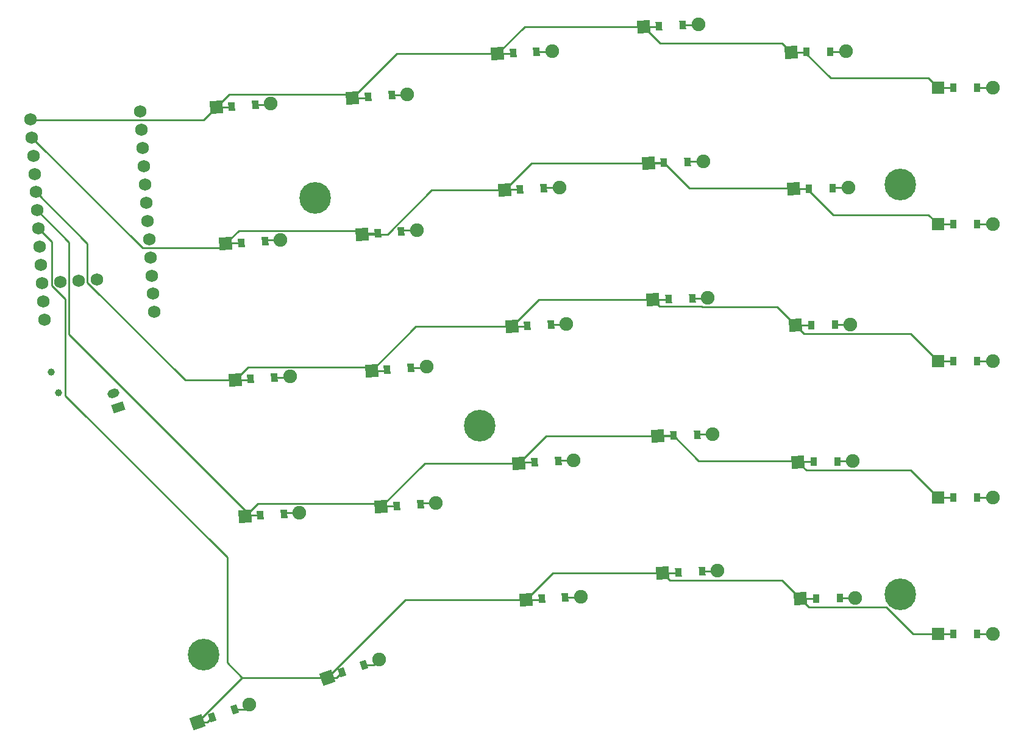
<source format=gbr>
%TF.GenerationSoftware,KiCad,Pcbnew,8.0.4*%
%TF.CreationDate,2024-08-23T23:48:41-04:00*%
%TF.ProjectId,right,72696768-742e-46b6-9963-61645f706362,v1.0.0*%
%TF.SameCoordinates,Original*%
%TF.FileFunction,Copper,L1,Top*%
%TF.FilePolarity,Positive*%
%FSLAX46Y46*%
G04 Gerber Fmt 4.6, Leading zero omitted, Abs format (unit mm)*
G04 Created by KiCad (PCBNEW 8.0.4) date 2024-08-23 23:48:41*
%MOMM*%
%LPD*%
G01*
G04 APERTURE LIST*
G04 Aperture macros list*
%AMHorizOval*
0 Thick line with rounded ends*
0 $1 width*
0 $2 $3 position (X,Y) of the first rounded end (center of the circle)*
0 $4 $5 position (X,Y) of the second rounded end (center of the circle)*
0 Add line between two ends*
20,1,$1,$2,$3,$4,$5,0*
0 Add two circle primitives to create the rounded ends*
1,1,$1,$2,$3*
1,1,$1,$4,$5*%
%AMRotRect*
0 Rectangle, with rotation*
0 The origin of the aperture is its center*
0 $1 length*
0 $2 width*
0 $3 Rotation angle, in degrees counterclockwise*
0 Add horizontal line*
21,1,$1,$2,0,0,$3*%
G04 Aperture macros list end*
%TA.AperFunction,ComponentPad*%
%ADD10C,1.752600*%
%TD*%
%TA.AperFunction,ComponentPad*%
%ADD11RotRect,1.200000X1.700000X109.000000*%
%TD*%
%TA.AperFunction,ComponentPad*%
%ADD12HorizOval,1.200000X0.236380X0.081392X-0.236380X-0.081392X0*%
%TD*%
%TA.AperFunction,WasherPad*%
%ADD13C,1.000000*%
%TD*%
%TA.AperFunction,SMDPad,CuDef*%
%ADD14R,0.900000X1.200000*%
%TD*%
%TA.AperFunction,ComponentPad*%
%ADD15R,1.778000X1.778000*%
%TD*%
%TA.AperFunction,ComponentPad*%
%ADD16C,1.905000*%
%TD*%
%TA.AperFunction,SMDPad,CuDef*%
%ADD17RotRect,0.900000X1.200000X1.000000*%
%TD*%
%TA.AperFunction,ComponentPad*%
%ADD18RotRect,1.778000X1.778000X1.000000*%
%TD*%
%TA.AperFunction,SMDPad,CuDef*%
%ADD19RotRect,0.900000X1.200000X2.000000*%
%TD*%
%TA.AperFunction,ComponentPad*%
%ADD20RotRect,1.778000X1.778000X2.000000*%
%TD*%
%TA.AperFunction,SMDPad,CuDef*%
%ADD21RotRect,0.900000X1.200000X3.000000*%
%TD*%
%TA.AperFunction,ComponentPad*%
%ADD22RotRect,1.778000X1.778000X3.000000*%
%TD*%
%TA.AperFunction,SMDPad,CuDef*%
%ADD23RotRect,0.900000X1.200000X4.000000*%
%TD*%
%TA.AperFunction,ComponentPad*%
%ADD24RotRect,1.778000X1.778000X4.000000*%
%TD*%
%TA.AperFunction,SMDPad,CuDef*%
%ADD25RotRect,0.900000X1.200000X19.000000*%
%TD*%
%TA.AperFunction,ComponentPad*%
%ADD26RotRect,1.778000X1.778000X19.000000*%
%TD*%
%TA.AperFunction,ComponentPad*%
%ADD27C,0.700000*%
%TD*%
%TA.AperFunction,ComponentPad*%
%ADD28C,4.400000*%
%TD*%
%TA.AperFunction,Conductor*%
%ADD29C,0.250000*%
%TD*%
G04 APERTURE END LIST*
D10*
%TO.P,MCU1,1*%
%TO.N,P006*%
X220009645Y-123400285D03*
%TO.P,MCU1,2*%
%TO.N,P008*%
X220186826Y-125934097D03*
%TO.P,MCU1,3*%
%TO.N,GND*%
X220364008Y-128467910D03*
%TO.P,MCU1,4*%
X220541189Y-131001723D03*
%TO.P,MCU1,5*%
%TO.N,P017*%
X220718371Y-133535535D03*
%TO.P,MCU1,6*%
%TO.N,P020*%
X220895552Y-136069348D03*
%TO.P,MCU1,7*%
%TO.N,P022*%
X221072734Y-138603161D03*
%TO.P,MCU1,8*%
%TO.N,P024*%
X221249915Y-141136973D03*
%TO.P,MCU1,9*%
%TO.N,P100*%
X221427097Y-143670786D03*
%TO.P,MCU1,10*%
%TO.N,P011*%
X221604278Y-146204599D03*
%TO.P,MCU1,11*%
%TO.N,P104*%
X221781459Y-148738411D03*
%TO.P,MCU1,12*%
%TO.N,P106*%
X221958641Y-151272224D03*
%TO.P,MCU1,13*%
%TO.N,P009*%
X237161517Y-150209135D03*
%TO.P,MCU1,14*%
%TO.N,P010*%
X236984336Y-147675323D03*
%TO.P,MCU1,15*%
%TO.N,P111*%
X236807154Y-145141510D03*
%TO.P,MCU1,16*%
%TO.N,P113*%
X236629973Y-142607697D03*
%TO.P,MCU1,17*%
%TO.N,P115*%
X236452791Y-140073885D03*
%TO.P,MCU1,18*%
%TO.N,P002*%
X236275610Y-137540072D03*
%TO.P,MCU1,19*%
%TO.N,P029*%
X236098428Y-135006259D03*
%TO.P,MCU1,20*%
%TO.N,P031*%
X235921247Y-132472447D03*
%TO.P,MCU1,21*%
%TO.N,VCC*%
X235744065Y-129938634D03*
%TO.P,MCU1,22*%
%TO.N,RST*%
X235566884Y-127404821D03*
%TO.P,MCU1,23*%
%TO.N,GND*%
X235389703Y-124871009D03*
%TO.P,MCU1,24*%
%TO.N,RAW*%
X235212521Y-122337196D03*
%TO.P,MCU1,31*%
%TO.N,P101*%
X224138091Y-146027417D03*
%TO.P,MCU1,32*%
%TO.N,P102*%
X226671903Y-145850236D03*
%TO.P,MCU1,33*%
%TO.N,P107*%
X229205716Y-145673054D03*
%TD*%
D11*
%TO.P,JST1,1*%
%TO.N,pos*%
X232158839Y-163441609D03*
D12*
%TO.P,JST1,2*%
%TO.N,GND*%
X231507703Y-161550571D03*
%TD*%
D13*
%TO.P,T1,*%
%TO.N,*%
X222876787Y-158599758D03*
X223853491Y-161436314D03*
%TD*%
D14*
%TO.P,D1,1*%
%TO.N,P022*%
X348186267Y-195000000D03*
%TO.P,D1,2*%
%TO.N,mirror_outer_mod*%
X351486267Y-195000000D03*
D15*
%TO.P,D1,1*%
%TO.N,P022*%
X346026267Y-195000000D03*
D16*
%TO.P,D1,2*%
%TO.N,mirror_outer_mod*%
X353646267Y-195000000D03*
%TD*%
D14*
%TO.P,D2,1*%
%TO.N,P020*%
X348186267Y-176000000D03*
%TO.P,D2,2*%
%TO.N,mirror_outer_bottom*%
X351486267Y-176000000D03*
D15*
%TO.P,D2,1*%
%TO.N,P020*%
X346026267Y-176000000D03*
D16*
%TO.P,D2,2*%
%TO.N,mirror_outer_bottom*%
X353646267Y-176000000D03*
%TD*%
D14*
%TO.P,D3,1*%
%TO.N,P017*%
X348186267Y-157000000D03*
%TO.P,D3,2*%
%TO.N,mirror_outer_home*%
X351486267Y-157000000D03*
D15*
%TO.P,D3,1*%
%TO.N,P017*%
X346026267Y-157000000D03*
D16*
%TO.P,D3,2*%
%TO.N,mirror_outer_home*%
X353646267Y-157000000D03*
%TD*%
D14*
%TO.P,D4,1*%
%TO.N,P008*%
X348186267Y-138000000D03*
%TO.P,D4,2*%
%TO.N,mirror_outer_top*%
X351486267Y-138000000D03*
D15*
%TO.P,D4,1*%
%TO.N,P008*%
X346026267Y-138000000D03*
D16*
%TO.P,D4,2*%
%TO.N,mirror_outer_top*%
X353646267Y-138000000D03*
%TD*%
D14*
%TO.P,D5,1*%
%TO.N,P006*%
X348186267Y-119000000D03*
%TO.P,D5,2*%
%TO.N,mirror_outer_num*%
X351486267Y-119000000D03*
D15*
%TO.P,D5,1*%
%TO.N,P006*%
X346026267Y-119000000D03*
D16*
%TO.P,D5,2*%
%TO.N,mirror_outer_num*%
X353646267Y-119000000D03*
%TD*%
D17*
%TO.P,D6,1*%
%TO.N,P022*%
X329099256Y-190029558D03*
%TO.P,D6,2*%
%TO.N,mirror_pinky_mod*%
X332398754Y-189971966D03*
D18*
%TO.P,D6,1*%
%TO.N,P022*%
X326939585Y-190067256D03*
D16*
%TO.P,D6,2*%
%TO.N,mirror_pinky_mod*%
X334558425Y-189934268D03*
%TD*%
D17*
%TO.P,D7,1*%
%TO.N,P020*%
X328767660Y-171032451D03*
%TO.P,D7,2*%
%TO.N,mirror_pinky_bottom*%
X332067158Y-170974859D03*
D18*
%TO.P,D7,1*%
%TO.N,P020*%
X326607989Y-171070149D03*
D16*
%TO.P,D7,2*%
%TO.N,mirror_pinky_bottom*%
X334226829Y-170937161D03*
%TD*%
D17*
%TO.P,D8,1*%
%TO.N,P017*%
X328436064Y-152035345D03*
%TO.P,D8,2*%
%TO.N,mirror_pinky_home*%
X331735562Y-151977753D03*
D18*
%TO.P,D8,1*%
%TO.N,P017*%
X326276393Y-152073043D03*
D16*
%TO.P,D8,2*%
%TO.N,mirror_pinky_home*%
X333895233Y-151940055D03*
%TD*%
D17*
%TO.P,D9,1*%
%TO.N,P008*%
X328104469Y-133038239D03*
%TO.P,D9,2*%
%TO.N,mirror_pinky_top*%
X331403967Y-132980647D03*
D18*
%TO.P,D9,1*%
%TO.N,P008*%
X325944798Y-133075937D03*
D16*
%TO.P,D9,2*%
%TO.N,mirror_pinky_top*%
X333563638Y-132942949D03*
%TD*%
D17*
%TO.P,D10,1*%
%TO.N,P006*%
X327772873Y-114041133D03*
%TO.P,D10,2*%
%TO.N,mirror_pinky_num*%
X331072371Y-113983541D03*
D18*
%TO.P,D10,1*%
%TO.N,P006*%
X325613202Y-114078831D03*
D16*
%TO.P,D10,2*%
%TO.N,mirror_pinky_num*%
X333232042Y-113945843D03*
%TD*%
D19*
%TO.P,D11,1*%
%TO.N,P022*%
X309945859Y-186392835D03*
%TO.P,D11,2*%
%TO.N,mirror_ring_mod*%
X313243849Y-186277667D03*
D20*
%TO.P,D11,1*%
%TO.N,P022*%
X307787175Y-186468218D03*
D16*
%TO.P,D11,2*%
%TO.N,mirror_ring_mod*%
X315402533Y-186202284D03*
%TD*%
D19*
%TO.P,D12,1*%
%TO.N,P020*%
X309282768Y-167404409D03*
%TO.P,D12,2*%
%TO.N,mirror_ring_bottom*%
X312580758Y-167289241D03*
D20*
%TO.P,D12,1*%
%TO.N,P020*%
X307124084Y-167479792D03*
D16*
%TO.P,D12,2*%
%TO.N,mirror_ring_bottom*%
X314739442Y-167213858D03*
%TD*%
D19*
%TO.P,D13,1*%
%TO.N,P017*%
X308619678Y-148415983D03*
%TO.P,D13,2*%
%TO.N,mirror_ring_home*%
X311917668Y-148300815D03*
D20*
%TO.P,D13,1*%
%TO.N,P017*%
X306460994Y-148491366D03*
D16*
%TO.P,D13,2*%
%TO.N,mirror_ring_home*%
X314076352Y-148225432D03*
%TD*%
D19*
%TO.P,D14,1*%
%TO.N,P008*%
X307956587Y-129427558D03*
%TO.P,D14,2*%
%TO.N,mirror_ring_top*%
X311254577Y-129312390D03*
D20*
%TO.P,D14,1*%
%TO.N,P008*%
X305797903Y-129502941D03*
D16*
%TO.P,D14,2*%
%TO.N,mirror_ring_top*%
X313413261Y-129237007D03*
%TD*%
D19*
%TO.P,D15,1*%
%TO.N,P006*%
X307293497Y-110439132D03*
%TO.P,D15,2*%
%TO.N,mirror_ring_num*%
X310591487Y-110323964D03*
D20*
%TO.P,D15,1*%
%TO.N,P006*%
X305134813Y-110514515D03*
D16*
%TO.P,D15,2*%
%TO.N,mirror_ring_num*%
X312750171Y-110248581D03*
%TD*%
D21*
%TO.P,D16,1*%
%TO.N,P022*%
X290976205Y-190086674D03*
%TO.P,D16,2*%
%TO.N,mirror_middle_mod*%
X294271683Y-189913966D03*
D22*
%TO.P,D16,1*%
%TO.N,P022*%
X288819165Y-190199720D03*
D16*
%TO.P,D16,2*%
%TO.N,mirror_middle_mod*%
X296428723Y-189800920D03*
%TD*%
D21*
%TO.P,D17,1*%
%TO.N,P020*%
X289981822Y-171112713D03*
%TO.P,D17,2*%
%TO.N,mirror_middle_bottom*%
X293277300Y-170940005D03*
D22*
%TO.P,D17,1*%
%TO.N,P020*%
X287824782Y-171225759D03*
D16*
%TO.P,D17,2*%
%TO.N,mirror_middle_bottom*%
X295434340Y-170826959D03*
%TD*%
D21*
%TO.P,D18,1*%
%TO.N,P017*%
X288987439Y-152138752D03*
%TO.P,D18,2*%
%TO.N,mirror_middle_home*%
X292282917Y-151966044D03*
D22*
%TO.P,D18,1*%
%TO.N,P017*%
X286830399Y-152251798D03*
D16*
%TO.P,D18,2*%
%TO.N,mirror_middle_home*%
X294439957Y-151852998D03*
%TD*%
D21*
%TO.P,D19,1*%
%TO.N,P008*%
X287993055Y-133164791D03*
%TO.P,D19,2*%
%TO.N,mirror_middle_top*%
X291288533Y-132992083D03*
D22*
%TO.P,D19,1*%
%TO.N,P008*%
X285836015Y-133277837D03*
D16*
%TO.P,D19,2*%
%TO.N,mirror_middle_top*%
X293445573Y-132879037D03*
%TD*%
D21*
%TO.P,D20,1*%
%TO.N,P006*%
X286998672Y-114190829D03*
%TO.P,D20,2*%
%TO.N,mirror_middle_num*%
X290294150Y-114018121D03*
D22*
%TO.P,D20,1*%
%TO.N,P006*%
X284841632Y-114303875D03*
D16*
%TO.P,D20,2*%
%TO.N,mirror_middle_num*%
X292451190Y-113905075D03*
%TD*%
D23*
%TO.P,D21,1*%
%TO.N,P020*%
X270853206Y-177154559D03*
%TO.P,D21,2*%
%TO.N,mirror_index_bottom*%
X274145168Y-176924363D03*
D24*
%TO.P,D21,1*%
%TO.N,P020*%
X268698468Y-177305233D03*
D16*
%TO.P,D21,2*%
%TO.N,mirror_index_bottom*%
X276299906Y-176773689D03*
%TD*%
D23*
%TO.P,D22,1*%
%TO.N,P017*%
X269527833Y-158200842D03*
%TO.P,D22,2*%
%TO.N,mirror_index_home*%
X272819795Y-157970646D03*
D24*
%TO.P,D22,1*%
%TO.N,P017*%
X267373095Y-158351516D03*
D16*
%TO.P,D22,2*%
%TO.N,mirror_index_home*%
X274974533Y-157819972D03*
%TD*%
D23*
%TO.P,D23,1*%
%TO.N,P008*%
X268202460Y-139247125D03*
%TO.P,D23,2*%
%TO.N,mirror_index_top*%
X271494422Y-139016929D03*
D24*
%TO.P,D23,1*%
%TO.N,P008*%
X266047722Y-139397799D03*
D16*
%TO.P,D23,2*%
%TO.N,mirror_index_top*%
X273649160Y-138866255D03*
%TD*%
D23*
%TO.P,D24,1*%
%TO.N,P006*%
X266877087Y-120293408D03*
%TO.P,D24,2*%
%TO.N,mirror_index_num*%
X270169049Y-120063212D03*
D24*
%TO.P,D24,1*%
%TO.N,P006*%
X264722349Y-120444082D03*
D16*
%TO.P,D24,2*%
%TO.N,mirror_index_num*%
X272323787Y-119912538D03*
%TD*%
D23*
%TO.P,D25,1*%
%TO.N,P020*%
X251899489Y-178479932D03*
%TO.P,D25,2*%
%TO.N,mirror_inner_bottom*%
X255191451Y-178249736D03*
D24*
%TO.P,D25,1*%
%TO.N,P020*%
X249744751Y-178630606D03*
D16*
%TO.P,D25,2*%
%TO.N,mirror_inner_bottom*%
X257346189Y-178099062D03*
%TD*%
D23*
%TO.P,D26,1*%
%TO.N,P017*%
X250574116Y-159526215D03*
%TO.P,D26,2*%
%TO.N,mirror_inner_home*%
X253866078Y-159296019D03*
D24*
%TO.P,D26,1*%
%TO.N,P017*%
X248419378Y-159676889D03*
D16*
%TO.P,D26,2*%
%TO.N,mirror_inner_home*%
X256020816Y-159145345D03*
%TD*%
D23*
%TO.P,D27,1*%
%TO.N,P008*%
X249248743Y-140572498D03*
%TO.P,D27,2*%
%TO.N,mirror_inner_top*%
X252540705Y-140342302D03*
D24*
%TO.P,D27,1*%
%TO.N,P008*%
X247094005Y-140723172D03*
D16*
%TO.P,D27,2*%
%TO.N,mirror_inner_top*%
X254695443Y-140191628D03*
%TD*%
D23*
%TO.P,D28,1*%
%TO.N,P006*%
X247923370Y-121618781D03*
%TO.P,D28,2*%
%TO.N,mirror_inner_num*%
X251215332Y-121388585D03*
D24*
%TO.P,D28,1*%
%TO.N,P006*%
X245768632Y-121769455D03*
D16*
%TO.P,D28,2*%
%TO.N,mirror_inner_num*%
X253370070Y-121237911D03*
%TD*%
D25*
%TO.P,D29,1*%
%TO.N,P022*%
X263214153Y-200341337D03*
%TO.P,D29,2*%
%TO.N,mirror_space_thumb*%
X266334365Y-199266963D03*
D26*
%TO.P,D29,1*%
%TO.N,P022*%
X261171833Y-201044565D03*
D16*
%TO.P,D29,2*%
%TO.N,mirror_space_thumb*%
X268376685Y-198563735D03*
%TD*%
D25*
%TO.P,D30,1*%
%TO.N,P022*%
X245249300Y-206527132D03*
%TO.P,D30,2*%
%TO.N,mirror_mod_thumb*%
X248369512Y-205452758D03*
D26*
%TO.P,D30,1*%
%TO.N,P022*%
X243206980Y-207230360D03*
D16*
%TO.P,D30,2*%
%TO.N,mirror_mod_thumb*%
X250411832Y-204749530D03*
%TD*%
D27*
%TO.P,_1,1*%
%TO.N,N/C*%
X342002993Y-133666726D03*
D28*
X340836267Y-132500000D03*
D27*
X340836267Y-134150000D03*
X342002993Y-131333274D03*
X339186267Y-132500000D03*
X339669541Y-131333274D03*
X339669541Y-133666726D03*
X342486267Y-132500000D03*
X340836267Y-130850000D03*
%TD*%
%TO.P,_2,1*%
%TO.N,N/C*%
X342002993Y-190666726D03*
D28*
X340836267Y-189500000D03*
D27*
X340836267Y-191150000D03*
X342002993Y-188333274D03*
X339186267Y-189500000D03*
X339669541Y-188333274D03*
X339669541Y-190666726D03*
X342486267Y-189500000D03*
X340836267Y-187850000D03*
%TD*%
%TO.P,_3,1*%
%TO.N,N/C*%
X283580236Y-167108985D03*
D28*
X282354047Y-166004920D03*
D27*
X282440401Y-167652659D03*
X283458112Y-164778731D03*
X280706308Y-166091274D03*
X281127858Y-164900855D03*
X281249982Y-167231109D03*
X284001786Y-165918566D03*
X282267693Y-164357181D03*
%TD*%
%TO.P,_4,1*%
%TO.N,N/C*%
X260734411Y-135425487D03*
D28*
X259489140Y-134342990D03*
D27*
X259604238Y-135988971D03*
X260571637Y-133097719D03*
X257843159Y-134458088D03*
X258243869Y-133260493D03*
X258406643Y-135588261D03*
X261135121Y-134227892D03*
X259374042Y-132697009D03*
%TD*%
%TO.P,_5,1*%
%TO.N,N/C*%
X245492530Y-198581797D03*
D28*
X244009520Y-197858485D03*
D27*
X244546707Y-199418591D03*
X244732832Y-196375475D03*
X242449414Y-198395672D03*
X242526510Y-197135173D03*
X243286208Y-199341495D03*
X245569626Y-197321298D03*
X243472333Y-196298379D03*
%TD*%
D29*
%TO.N,P006*%
X220147856Y-123538496D02*
X220009645Y-123400285D01*
X243999591Y-123538496D02*
X220147856Y-123538496D01*
X245768632Y-121769455D02*
X243999591Y-123538496D01*
%TO.N,P008*%
X235527914Y-141275185D02*
X220186826Y-125934097D01*
X246541992Y-141275185D02*
X235527914Y-141275185D01*
X247094005Y-140723172D02*
X246541992Y-141275185D01*
%TO.N,P017*%
X227873203Y-140690367D02*
X220718371Y-133535535D01*
X227873203Y-146073203D02*
X227873203Y-140690367D01*
X248419378Y-159676889D02*
X241476889Y-159676889D01*
X241476889Y-159676889D02*
X227873203Y-146073203D01*
%TO.N,P020*%
X225339391Y-140513187D02*
X220895552Y-136069348D01*
X249744751Y-177739435D02*
X225339391Y-153334075D01*
X225339391Y-153334075D02*
X225339391Y-140513187D01*
X249744751Y-178630606D02*
X249744751Y-177739435D01*
%TO.N,P022*%
X222936791Y-140467218D02*
X221072734Y-138603161D01*
X222936791Y-146525012D02*
X222936791Y-140467218D01*
X224832201Y-148420422D02*
X222936791Y-146525012D01*
X224832201Y-161832201D02*
X224832201Y-148420422D01*
X247293019Y-184293019D02*
X224832201Y-161832201D01*
X249392775Y-201044565D02*
X247293019Y-198944809D01*
X247293019Y-198944809D02*
X247293019Y-184293019D01*
%TO.N,P006*%
X331142995Y-117689687D02*
X344715954Y-117689687D01*
X344715954Y-117689687D02*
X346026267Y-119000000D01*
X327532139Y-114078831D02*
X331142995Y-117689687D01*
X325613202Y-114078831D02*
X327532139Y-114078831D01*
X324334371Y-112800000D02*
X325613202Y-114078831D01*
X307420298Y-112800000D02*
X324334371Y-112800000D01*
X305134813Y-110514515D02*
X307420298Y-112800000D01*
X284841632Y-114303875D02*
X288630992Y-110514515D01*
X288630992Y-110514515D02*
X305134813Y-110514515D01*
X270862556Y-114303875D02*
X284841632Y-114303875D01*
X264722349Y-120444082D02*
X270862556Y-114303875D01*
X264238678Y-119960411D02*
X264722349Y-120444082D01*
X247577676Y-119960411D02*
X264238678Y-119960411D01*
X245768632Y-121769455D02*
X247577676Y-119960411D01*
%TO.N,P008*%
X248903049Y-138914128D02*
X247094005Y-140723172D01*
X265564051Y-138914128D02*
X248903049Y-138914128D01*
X266047722Y-139397799D02*
X265564051Y-138914128D01*
X275715989Y-133277837D02*
X269596027Y-139397799D01*
X285836015Y-133277837D02*
X275715989Y-133277837D01*
X269596027Y-139397799D02*
X266047722Y-139397799D01*
X289610911Y-129502941D02*
X285836015Y-133277837D01*
X305797903Y-129502941D02*
X289610911Y-129502941D01*
X308031970Y-129502941D02*
X305797903Y-129502941D01*
X311478110Y-132949081D02*
X308031970Y-129502941D01*
X325817942Y-132949081D02*
X311478110Y-132949081D01*
X325944798Y-133075937D02*
X325817942Y-132949081D01*
X327875937Y-133075937D02*
X325944798Y-133075937D01*
X331486793Y-136686793D02*
X327875937Y-133075937D01*
X344713060Y-136686793D02*
X331486793Y-136686793D01*
X346026267Y-138000000D02*
X344713060Y-136686793D01*
%TO.N,P017*%
X342243822Y-153217555D02*
X346026267Y-157000000D01*
X327420905Y-153217555D02*
X342243822Y-153217555D01*
X326276393Y-152073043D02*
X327420905Y-153217555D01*
X323706282Y-149502932D02*
X326276393Y-152073043D01*
X313302932Y-149502932D02*
X323706282Y-149502932D01*
X313200000Y-149400000D02*
X313302932Y-149502932D01*
X307369628Y-149400000D02*
X313200000Y-149400000D01*
X306460994Y-148491366D02*
X307369628Y-149400000D01*
X290590831Y-148491366D02*
X306460994Y-148491366D01*
X286830399Y-152251798D02*
X290590831Y-148491366D01*
X273472813Y-152251798D02*
X286830399Y-152251798D01*
X267373095Y-158351516D02*
X273472813Y-152251798D01*
X266889424Y-157867845D02*
X267373095Y-158351516D01*
X250228422Y-157867845D02*
X266889424Y-157867845D01*
X248419378Y-159676889D02*
X250228422Y-157867845D01*
%TO.N,P020*%
X251553795Y-176821562D02*
X249744751Y-178630606D01*
X268214797Y-176821562D02*
X251553795Y-176821562D01*
X268698468Y-177305233D02*
X268214797Y-176821562D01*
X287824782Y-171225759D02*
X274777942Y-171225759D01*
X274777942Y-171225759D02*
X268698468Y-177305233D01*
X291570749Y-167479792D02*
X287824782Y-171225759D01*
X307124084Y-167479792D02*
X291570749Y-167479792D01*
X312804291Y-170925932D02*
X309358151Y-167479792D01*
X309358151Y-167479792D02*
X307124084Y-167479792D01*
X326463772Y-170925932D02*
X312804291Y-170925932D01*
X326607989Y-171070149D02*
X326463772Y-170925932D01*
X327752501Y-172214661D02*
X326607989Y-171070149D01*
X342240928Y-172214661D02*
X327752501Y-172214661D01*
X346026267Y-176000000D02*
X342240928Y-172214661D01*
%TO.N,P022*%
X342600000Y-195000000D02*
X346026267Y-195000000D01*
X338811768Y-191211768D02*
X342600000Y-195000000D01*
X328084097Y-191211768D02*
X338811768Y-191211768D01*
X326939585Y-190067256D02*
X328084097Y-191211768D01*
X324352113Y-187479784D02*
X326939585Y-190067256D01*
X308798741Y-187479784D02*
X324352113Y-187479784D01*
X307787175Y-186468218D02*
X308798741Y-187479784D01*
X292550667Y-186468218D02*
X307787175Y-186468218D01*
X288819165Y-190199720D02*
X292550667Y-186468218D01*
X272016678Y-190199720D02*
X288819165Y-190199720D01*
X261171833Y-201044565D02*
X272016678Y-190199720D01*
X243206980Y-207230360D02*
X249392775Y-201044565D01*
X249392775Y-201044565D02*
X261171833Y-201044565D01*
%TO.N,mirror_outer_num*%
X351486267Y-119000000D02*
X353646267Y-119000000D01*
%TO.N,P006*%
X346026267Y-119000000D02*
X348186267Y-119000000D01*
%TO.N,mirror_pinky_num*%
X333194344Y-113983541D02*
X333232042Y-113945843D01*
X331072371Y-113983541D02*
X333194344Y-113983541D01*
%TO.N,P006*%
X325613202Y-114078831D02*
X327735175Y-114078831D01*
X327735175Y-114078831D02*
X327772873Y-114041133D01*
%TO.N,mirror_ring_num*%
X312674788Y-110323964D02*
X312750171Y-110248581D01*
X310591487Y-110323964D02*
X312674788Y-110323964D01*
%TO.N,P006*%
X307218114Y-110514515D02*
X307293497Y-110439132D01*
X305134813Y-110514515D02*
X307218114Y-110514515D01*
%TO.N,mirror_middle_num*%
X292338144Y-114018121D02*
X292451190Y-113905075D01*
X290294150Y-114018121D02*
X292338144Y-114018121D01*
%TO.N,P006*%
X286885626Y-114303875D02*
X286998672Y-114190829D01*
X284841632Y-114303875D02*
X286885626Y-114303875D01*
%TO.N,mirror_index_num*%
X272173113Y-120063212D02*
X272323787Y-119912538D01*
X270169049Y-120063212D02*
X272173113Y-120063212D01*
%TO.N,P006*%
X266726413Y-120444082D02*
X266877087Y-120293408D01*
X264722349Y-120444082D02*
X266726413Y-120444082D01*
%TO.N,mirror_inner_num*%
X253219396Y-121388585D02*
X253370070Y-121237911D01*
X251215332Y-121388585D02*
X253219396Y-121388585D01*
%TO.N,P006*%
X247772696Y-121769455D02*
X247923370Y-121618781D01*
X245768632Y-121769455D02*
X247772696Y-121769455D01*
%TO.N,P008*%
X247244679Y-140572498D02*
X247094005Y-140723172D01*
X249248743Y-140572498D02*
X247244679Y-140572498D01*
%TO.N,mirror_inner_top*%
X252691379Y-140191628D02*
X252540705Y-140342302D01*
X254695443Y-140191628D02*
X252691379Y-140191628D01*
%TO.N,P008*%
X266198396Y-139247125D02*
X266047722Y-139397799D01*
X268202460Y-139247125D02*
X266198396Y-139247125D01*
%TO.N,mirror_index_top*%
X271645096Y-138866255D02*
X271494422Y-139016929D01*
X273649160Y-138866255D02*
X271645096Y-138866255D01*
%TO.N,P008*%
X285949061Y-133164791D02*
X285836015Y-133277837D01*
X287993055Y-133164791D02*
X285949061Y-133164791D01*
%TO.N,mirror_middle_top*%
X291401579Y-132879037D02*
X291288533Y-132992083D01*
X293445573Y-132879037D02*
X291401579Y-132879037D01*
%TO.N,P008*%
X305873286Y-129427558D02*
X305797903Y-129502941D01*
X307956587Y-129427558D02*
X305873286Y-129427558D01*
%TO.N,mirror_ring_top*%
X311329960Y-129237007D02*
X311254577Y-129312390D01*
X313413261Y-129237007D02*
X311329960Y-129237007D01*
%TO.N,P008*%
X325982496Y-133038239D02*
X325944798Y-133075937D01*
X328104469Y-133038239D02*
X325982496Y-133038239D01*
%TO.N,mirror_pinky_top*%
X331441665Y-132942949D02*
X331403967Y-132980647D01*
X333563638Y-132942949D02*
X331441665Y-132942949D01*
%TO.N,P008*%
X348186267Y-138000000D02*
X346026267Y-138000000D01*
%TO.N,mirror_outer_top*%
X353646267Y-138000000D02*
X351486267Y-138000000D01*
%TO.N,mirror_outer_home*%
X351486267Y-157000000D02*
X353646267Y-157000000D01*
%TO.N,P017*%
X346026267Y-157000000D02*
X348186267Y-157000000D01*
%TO.N,mirror_pinky_home*%
X333857535Y-151977753D02*
X333895233Y-151940055D01*
X331735562Y-151977753D02*
X333857535Y-151977753D01*
%TO.N,P017*%
X328398366Y-152073043D02*
X328436064Y-152035345D01*
X326276393Y-152073043D02*
X328398366Y-152073043D01*
%TO.N,mirror_ring_home*%
X314000969Y-148300815D02*
X314076352Y-148225432D01*
X311917668Y-148300815D02*
X314000969Y-148300815D01*
%TO.N,P017*%
X308544295Y-148491366D02*
X308619678Y-148415983D01*
X306460994Y-148491366D02*
X308544295Y-148491366D01*
%TO.N,mirror_middle_home*%
X294326911Y-151966044D02*
X294439957Y-151852998D01*
X292282917Y-151966044D02*
X294326911Y-151966044D01*
%TO.N,P017*%
X288874393Y-152251798D02*
X288987439Y-152138752D01*
X286830399Y-152251798D02*
X288874393Y-152251798D01*
%TO.N,mirror_index_home*%
X274823859Y-157970646D02*
X274974533Y-157819972D01*
X272819795Y-157970646D02*
X274823859Y-157970646D01*
%TO.N,P017*%
X267373095Y-158351516D02*
X269377159Y-158351516D01*
X269377159Y-158351516D02*
X269527833Y-158200842D01*
%TO.N,mirror_inner_home*%
X255870142Y-159296019D02*
X256020816Y-159145345D01*
X253866078Y-159296019D02*
X255870142Y-159296019D01*
%TO.N,P017*%
X250423442Y-159676889D02*
X250574116Y-159526215D01*
X248419378Y-159676889D02*
X250423442Y-159676889D01*
%TO.N,P020*%
X249895425Y-178479932D02*
X249744751Y-178630606D01*
X251899489Y-178479932D02*
X249895425Y-178479932D01*
%TO.N,mirror_inner_bottom*%
X257346189Y-178099062D02*
X255342125Y-178099062D01*
X255342125Y-178099062D02*
X255191451Y-178249736D01*
%TO.N,P020*%
X268849142Y-177154559D02*
X268698468Y-177305233D01*
X270853206Y-177154559D02*
X268849142Y-177154559D01*
%TO.N,mirror_index_bottom*%
X274295842Y-176773689D02*
X274145168Y-176924363D01*
X276299906Y-176773689D02*
X274295842Y-176773689D01*
%TO.N,P020*%
X287937828Y-171112713D02*
X287824782Y-171225759D01*
X289981822Y-171112713D02*
X287937828Y-171112713D01*
%TO.N,mirror_middle_bottom*%
X293390346Y-170826959D02*
X293277300Y-170940005D01*
X295434340Y-170826959D02*
X293390346Y-170826959D01*
%TO.N,P020*%
X309282768Y-167404409D02*
X307199467Y-167404409D01*
X307199467Y-167404409D02*
X307124084Y-167479792D01*
%TO.N,mirror_ring_bottom*%
X312656141Y-167213858D02*
X312580758Y-167289241D01*
X314739442Y-167213858D02*
X312656141Y-167213858D01*
%TO.N,P020*%
X328767660Y-171032451D02*
X326645687Y-171032451D01*
X326645687Y-171032451D02*
X326607989Y-171070149D01*
%TO.N,mirror_pinky_bottom*%
X332104856Y-170937161D02*
X332067158Y-170974859D01*
X334226829Y-170937161D02*
X332104856Y-170937161D01*
%TO.N,P020*%
X348186267Y-176000000D02*
X346026267Y-176000000D01*
%TO.N,mirror_outer_bottom*%
X353646267Y-176000000D02*
X351486267Y-176000000D01*
%TO.N,mirror_outer_mod*%
X351486267Y-195000000D02*
X353646267Y-195000000D01*
%TO.N,P022*%
X346026267Y-195000000D02*
X348186267Y-195000000D01*
%TO.N,mirror_pinky_mod*%
X334520727Y-189971966D02*
X334558425Y-189934268D01*
X332398754Y-189971966D02*
X334520727Y-189971966D01*
%TO.N,P022*%
X329061558Y-190067256D02*
X329099256Y-190029558D01*
X326939585Y-190067256D02*
X329061558Y-190067256D01*
%TO.N,mirror_ring_mod*%
X315327150Y-186277667D02*
X315402533Y-186202284D01*
X313243849Y-186277667D02*
X315327150Y-186277667D01*
%TO.N,P022*%
X307787175Y-186468218D02*
X309870476Y-186468218D01*
X309870476Y-186468218D02*
X309945859Y-186392835D01*
%TO.N,mirror_middle_mod*%
X296315677Y-189913966D02*
X296428723Y-189800920D01*
X294271683Y-189913966D02*
X296315677Y-189913966D01*
%TO.N,P022*%
X288819165Y-190199720D02*
X290863159Y-190199720D01*
X290863159Y-190199720D02*
X290976205Y-190086674D01*
%TO.N,mirror_space_thumb*%
X267673457Y-199266963D02*
X268376685Y-198563735D01*
X266334365Y-199266963D02*
X267673457Y-199266963D01*
%TO.N,P022*%
X262510925Y-201044565D02*
X263214153Y-200341337D01*
X261171833Y-201044565D02*
X262510925Y-201044565D01*
%TO.N,mirror_mod_thumb*%
X249708604Y-205452758D02*
X250411832Y-204749530D01*
X248369512Y-205452758D02*
X249708604Y-205452758D01*
%TO.N,P022*%
X244546072Y-207230360D02*
X245249300Y-206527132D01*
X243206980Y-207230360D02*
X244546072Y-207230360D01*
%TD*%
M02*

</source>
